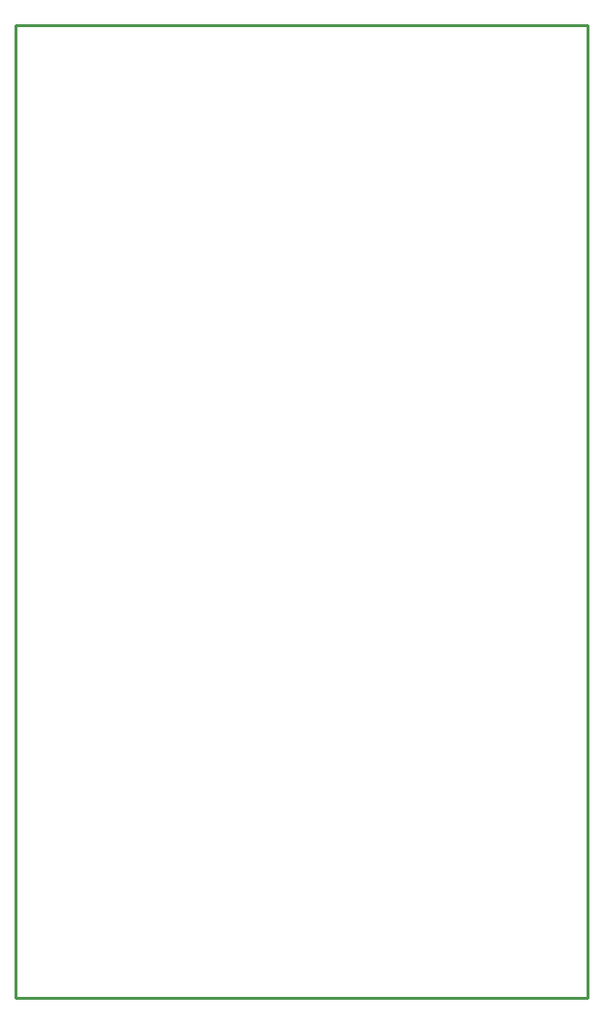
<source format=gko>
G04*
G04 #@! TF.GenerationSoftware,Altium Limited,Altium Designer,19.1.8 (144)*
G04*
G04 Layer_Color=16711935*
%FSLAX25Y25*%
%MOIN*%
G70*
G01*
G75*
%ADD10C,0.01000*%
D10*
X393701Y393701D02*
Y728346D01*
X590551D01*
Y393701D02*
Y728346D01*
X393701Y393701D02*
X590551D01*
M02*

</source>
